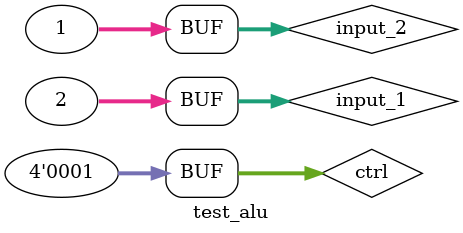
<source format=v>
`timescale 1ns / 1ps


module test_alu;

	// Inputs
	reg [31:0] input_1;
	reg [31:0] input_2;
	reg [3:0] ctrl;

	// Outputs
	wire zero;
	wire [31:0] result;

	// Instantiate the Unit Under Test (UUT)
	alu uut (
		.input_1(input_1), 
		.input_2(input_2), 
		.ctrl(ctrl), 
		.zero(zero), 
		.result(result)
	);

	initial begin
		// Initialize Inputs
		input_1 = 0;
		input_2 = 0;
		ctrl = 0;

		// Wait 100 ns for global reset to finish
		#10;
        
		input_1 = 32'b00000000000000000000000000000010;
		input_2 = 32'b00000000000000000000000000000001;
		ctrl = 4'b1000;
		
		#20
		ctrl = 4'b0010;
		
		#30
		ctrl = 4'b0001;

	end
      
endmodule


</source>
